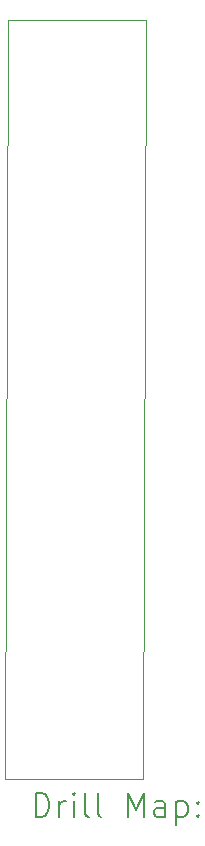
<source format=gbr>
%TF.GenerationSoftware,KiCad,Pcbnew,7.0.8*%
%TF.CreationDate,2023-10-18T23:36:33+02:00*%
%TF.ProjectId,connector_breakout,636f6e6e-6563-4746-9f72-5f627265616b,rev?*%
%TF.SameCoordinates,Original*%
%TF.FileFunction,Drillmap*%
%TF.FilePolarity,Positive*%
%FSLAX45Y45*%
G04 Gerber Fmt 4.5, Leading zero omitted, Abs format (unit mm)*
G04 Created by KiCad (PCBNEW 7.0.8) date 2023-10-18 23:36:33*
%MOMM*%
%LPD*%
G01*
G04 APERTURE LIST*
%ADD10C,0.100000*%
%ADD11C,0.200000*%
G04 APERTURE END LIST*
D10*
X14020800Y-9169400D02*
X12852400Y-9169400D01*
X12877800Y-2743200D01*
X14042163Y-2742972D01*
X14020800Y-9169400D01*
D11*
X13108177Y-9485884D02*
X13108177Y-9285884D01*
X13108177Y-9285884D02*
X13155796Y-9285884D01*
X13155796Y-9285884D02*
X13184367Y-9295408D01*
X13184367Y-9295408D02*
X13203415Y-9314455D01*
X13203415Y-9314455D02*
X13212939Y-9333503D01*
X13212939Y-9333503D02*
X13222462Y-9371598D01*
X13222462Y-9371598D02*
X13222462Y-9400170D01*
X13222462Y-9400170D02*
X13212939Y-9438265D01*
X13212939Y-9438265D02*
X13203415Y-9457312D01*
X13203415Y-9457312D02*
X13184367Y-9476360D01*
X13184367Y-9476360D02*
X13155796Y-9485884D01*
X13155796Y-9485884D02*
X13108177Y-9485884D01*
X13308177Y-9485884D02*
X13308177Y-9352550D01*
X13308177Y-9390646D02*
X13317701Y-9371598D01*
X13317701Y-9371598D02*
X13327224Y-9362074D01*
X13327224Y-9362074D02*
X13346272Y-9352550D01*
X13346272Y-9352550D02*
X13365320Y-9352550D01*
X13431986Y-9485884D02*
X13431986Y-9352550D01*
X13431986Y-9285884D02*
X13422462Y-9295408D01*
X13422462Y-9295408D02*
X13431986Y-9304931D01*
X13431986Y-9304931D02*
X13441510Y-9295408D01*
X13441510Y-9295408D02*
X13431986Y-9285884D01*
X13431986Y-9285884D02*
X13431986Y-9304931D01*
X13555796Y-9485884D02*
X13536748Y-9476360D01*
X13536748Y-9476360D02*
X13527224Y-9457312D01*
X13527224Y-9457312D02*
X13527224Y-9285884D01*
X13660558Y-9485884D02*
X13641510Y-9476360D01*
X13641510Y-9476360D02*
X13631986Y-9457312D01*
X13631986Y-9457312D02*
X13631986Y-9285884D01*
X13889129Y-9485884D02*
X13889129Y-9285884D01*
X13889129Y-9285884D02*
X13955796Y-9428741D01*
X13955796Y-9428741D02*
X14022462Y-9285884D01*
X14022462Y-9285884D02*
X14022462Y-9485884D01*
X14203415Y-9485884D02*
X14203415Y-9381122D01*
X14203415Y-9381122D02*
X14193891Y-9362074D01*
X14193891Y-9362074D02*
X14174843Y-9352550D01*
X14174843Y-9352550D02*
X14136748Y-9352550D01*
X14136748Y-9352550D02*
X14117701Y-9362074D01*
X14203415Y-9476360D02*
X14184367Y-9485884D01*
X14184367Y-9485884D02*
X14136748Y-9485884D01*
X14136748Y-9485884D02*
X14117701Y-9476360D01*
X14117701Y-9476360D02*
X14108177Y-9457312D01*
X14108177Y-9457312D02*
X14108177Y-9438265D01*
X14108177Y-9438265D02*
X14117701Y-9419217D01*
X14117701Y-9419217D02*
X14136748Y-9409693D01*
X14136748Y-9409693D02*
X14184367Y-9409693D01*
X14184367Y-9409693D02*
X14203415Y-9400170D01*
X14298653Y-9352550D02*
X14298653Y-9552550D01*
X14298653Y-9362074D02*
X14317701Y-9352550D01*
X14317701Y-9352550D02*
X14355796Y-9352550D01*
X14355796Y-9352550D02*
X14374843Y-9362074D01*
X14374843Y-9362074D02*
X14384367Y-9371598D01*
X14384367Y-9371598D02*
X14393891Y-9390646D01*
X14393891Y-9390646D02*
X14393891Y-9447789D01*
X14393891Y-9447789D02*
X14384367Y-9466836D01*
X14384367Y-9466836D02*
X14374843Y-9476360D01*
X14374843Y-9476360D02*
X14355796Y-9485884D01*
X14355796Y-9485884D02*
X14317701Y-9485884D01*
X14317701Y-9485884D02*
X14298653Y-9476360D01*
X14479605Y-9466836D02*
X14489129Y-9476360D01*
X14489129Y-9476360D02*
X14479605Y-9485884D01*
X14479605Y-9485884D02*
X14470082Y-9476360D01*
X14470082Y-9476360D02*
X14479605Y-9466836D01*
X14479605Y-9466836D02*
X14479605Y-9485884D01*
X14479605Y-9362074D02*
X14489129Y-9371598D01*
X14489129Y-9371598D02*
X14479605Y-9381122D01*
X14479605Y-9381122D02*
X14470082Y-9371598D01*
X14470082Y-9371598D02*
X14479605Y-9362074D01*
X14479605Y-9362074D02*
X14479605Y-9381122D01*
M02*

</source>
